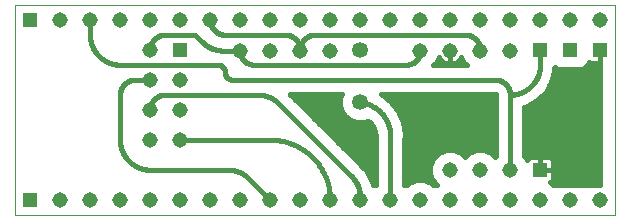
<source format=gtl>
G75*
%MOIN*%
%OFA0B0*%
%FSLAX25Y25*%
%IPPOS*%
%LPD*%
%AMOC8*
5,1,8,0,0,1.08239X$1,22.5*
%
%ADD10C,0.00000*%
%ADD11R,0.05150X0.05150*%
%ADD12C,0.05150*%
%ADD13C,0.01600*%
%ADD14C,0.05315*%
D10*
X0001250Y0001250D02*
X0001250Y0071211D01*
X0201250Y0071211D01*
X0201250Y0001250D01*
X0001250Y0001250D01*
D11*
X0006250Y0006250D03*
X0056250Y0056250D03*
X0006250Y0066250D03*
X0176250Y0056250D03*
X0186250Y0056250D03*
X0196250Y0056250D03*
X0176250Y0016250D03*
D12*
X0166250Y0016250D03*
X0156250Y0016250D03*
X0146250Y0016250D03*
X0146250Y0006250D03*
X0136250Y0006250D03*
X0126250Y0006250D03*
X0116250Y0006250D03*
X0106250Y0006250D03*
X0096250Y0006250D03*
X0086250Y0006250D03*
X0076250Y0006250D03*
X0066250Y0006250D03*
X0056250Y0006250D03*
X0046250Y0006250D03*
X0036250Y0006250D03*
X0026250Y0006250D03*
X0016250Y0006250D03*
X0046250Y0026250D03*
X0056250Y0026250D03*
X0056250Y0036250D03*
X0046250Y0036250D03*
X0046250Y0046250D03*
X0056250Y0046250D03*
X0046250Y0056250D03*
X0046250Y0066250D03*
X0036250Y0066250D03*
X0026250Y0066250D03*
X0016250Y0066250D03*
X0056250Y0066250D03*
X0066250Y0066250D03*
X0076250Y0066250D03*
X0086250Y0066250D03*
X0096250Y0066250D03*
X0106250Y0066250D03*
X0116250Y0066250D03*
X0126250Y0066250D03*
X0136250Y0066250D03*
X0146250Y0066250D03*
X0156250Y0066250D03*
X0166250Y0066250D03*
X0176250Y0066250D03*
X0186250Y0066250D03*
X0196250Y0066250D03*
X0166250Y0055935D03*
X0156250Y0055935D03*
X0146250Y0055935D03*
X0136250Y0055935D03*
X0106250Y0055935D03*
X0096250Y0055935D03*
X0086250Y0055935D03*
X0076250Y0055935D03*
X0156250Y0006250D03*
X0166250Y0006250D03*
X0176250Y0006250D03*
X0186250Y0006250D03*
X0196250Y0006250D03*
D13*
X0196250Y0011250D02*
X0180548Y0011250D01*
X0179974Y0011824D01*
X0179534Y0012006D01*
X0179930Y0012235D01*
X0180265Y0012570D01*
X0180502Y0012980D01*
X0180625Y0013438D01*
X0180625Y0016250D01*
X0180625Y0019062D01*
X0180502Y0019520D01*
X0180265Y0019930D01*
X0179930Y0020265D01*
X0179520Y0020502D01*
X0179062Y0020625D01*
X0176250Y0020625D01*
X0176250Y0016250D01*
X0180625Y0016250D01*
X0176250Y0016250D01*
X0176250Y0016250D01*
X0176250Y0016250D01*
X0176250Y0020625D01*
X0173438Y0020625D01*
X0172980Y0020502D01*
X0172570Y0020265D01*
X0172235Y0019930D01*
X0172006Y0019534D01*
X0171824Y0019974D01*
X0171050Y0020748D01*
X0171050Y0037214D01*
X0171963Y0037459D01*
X0175337Y0039407D01*
X0175337Y0039407D01*
X0178093Y0042163D01*
X0180041Y0045537D01*
X0180041Y0045537D01*
X0181050Y0049302D01*
X0181050Y0050267D01*
X0181091Y0050284D01*
X0181250Y0050444D01*
X0181409Y0050284D01*
X0182880Y0049675D01*
X0189620Y0049675D01*
X0191091Y0050284D01*
X0192216Y0051409D01*
X0192561Y0052243D01*
X0192570Y0052235D01*
X0192980Y0051998D01*
X0193438Y0051875D01*
X0196250Y0051875D01*
X0196250Y0056250D01*
X0196250Y0011250D01*
X0196250Y0012440D02*
X0180135Y0012440D01*
X0180625Y0014038D02*
X0196250Y0014038D01*
X0196250Y0015637D02*
X0180625Y0015637D01*
X0180625Y0017235D02*
X0196250Y0017235D01*
X0196250Y0018834D02*
X0180625Y0018834D01*
X0176250Y0018834D02*
X0176250Y0018834D01*
X0176250Y0017235D02*
X0176250Y0017235D01*
X0176250Y0020432D02*
X0176250Y0020432D01*
X0179641Y0020432D02*
X0196250Y0020432D01*
X0196250Y0022031D02*
X0171050Y0022031D01*
X0171050Y0023629D02*
X0196250Y0023629D01*
X0196250Y0025228D02*
X0171050Y0025228D01*
X0171050Y0026826D02*
X0196250Y0026826D01*
X0196250Y0028425D02*
X0171050Y0028425D01*
X0171050Y0030023D02*
X0196250Y0030023D01*
X0196250Y0031622D02*
X0171050Y0031622D01*
X0171050Y0033220D02*
X0196250Y0033220D01*
X0196250Y0034819D02*
X0171050Y0034819D01*
X0171050Y0036417D02*
X0196250Y0036417D01*
X0196250Y0038016D02*
X0172928Y0038016D01*
X0171963Y0037459D02*
X0171963Y0037459D01*
X0175545Y0039614D02*
X0196250Y0039614D01*
X0196250Y0041213D02*
X0177143Y0041213D01*
X0178093Y0042163D02*
X0178093Y0042163D01*
X0178467Y0042811D02*
X0196250Y0042811D01*
X0196250Y0044410D02*
X0179390Y0044410D01*
X0180168Y0046008D02*
X0196250Y0046008D01*
X0196250Y0047607D02*
X0180596Y0047607D01*
X0181024Y0049205D02*
X0196250Y0049205D01*
X0196250Y0050804D02*
X0191610Y0050804D01*
X0196250Y0052402D02*
X0196250Y0052402D01*
X0196250Y0054001D02*
X0196250Y0054001D01*
X0196250Y0055599D02*
X0196250Y0055599D01*
X0196250Y0056250D02*
X0196250Y0056250D01*
X0176250Y0056250D02*
X0176250Y0051250D01*
X0176247Y0051008D01*
X0176238Y0050767D01*
X0176224Y0050526D01*
X0176203Y0050285D01*
X0176177Y0050045D01*
X0176145Y0049805D01*
X0176107Y0049566D01*
X0176064Y0049329D01*
X0176014Y0049092D01*
X0175959Y0048857D01*
X0175899Y0048623D01*
X0175832Y0048391D01*
X0175761Y0048160D01*
X0175683Y0047931D01*
X0175600Y0047704D01*
X0175512Y0047479D01*
X0175418Y0047256D01*
X0175319Y0047036D01*
X0175214Y0046818D01*
X0175105Y0046603D01*
X0174990Y0046390D01*
X0174870Y0046180D01*
X0174745Y0045974D01*
X0174615Y0045770D01*
X0174480Y0045569D01*
X0174340Y0045372D01*
X0174196Y0045178D01*
X0174047Y0044988D01*
X0173893Y0044802D01*
X0173735Y0044619D01*
X0173573Y0044440D01*
X0173406Y0044265D01*
X0173235Y0044094D01*
X0173060Y0043927D01*
X0172881Y0043765D01*
X0172698Y0043607D01*
X0172512Y0043453D01*
X0172322Y0043304D01*
X0172128Y0043160D01*
X0171931Y0043020D01*
X0171730Y0042885D01*
X0171526Y0042755D01*
X0171320Y0042630D01*
X0171110Y0042510D01*
X0170897Y0042395D01*
X0170682Y0042286D01*
X0170464Y0042181D01*
X0170244Y0042082D01*
X0170021Y0041988D01*
X0169796Y0041900D01*
X0169569Y0041817D01*
X0169340Y0041739D01*
X0169109Y0041668D01*
X0168877Y0041601D01*
X0168643Y0041541D01*
X0168408Y0041486D01*
X0168171Y0041436D01*
X0167934Y0041393D01*
X0167695Y0041355D01*
X0167455Y0041323D01*
X0167215Y0041297D01*
X0166974Y0041276D01*
X0166733Y0041262D01*
X0166492Y0041253D01*
X0166250Y0041250D01*
X0166250Y0016250D01*
X0161450Y0020748D02*
X0161250Y0020548D01*
X0159974Y0021824D01*
X0157558Y0022825D01*
X0154942Y0022825D01*
X0152526Y0021824D01*
X0151250Y0020548D01*
X0149974Y0021824D01*
X0147558Y0022825D01*
X0144942Y0022825D01*
X0142526Y0021824D01*
X0140676Y0019974D01*
X0139675Y0017558D01*
X0139675Y0014942D01*
X0140676Y0012526D01*
X0141952Y0011250D01*
X0140548Y0011250D01*
X0139974Y0011824D01*
X0137558Y0012825D01*
X0134942Y0012825D01*
X0132526Y0011824D01*
X0131952Y0011250D01*
X0131050Y0011250D01*
X0131050Y0025984D01*
X0131255Y0027829D01*
X0131255Y0027829D01*
X0130616Y0032025D01*
X0128913Y0035912D01*
X0128913Y0035912D01*
X0126261Y0039227D01*
X0123239Y0041450D01*
X0161250Y0041450D01*
X0161281Y0041448D01*
X0161341Y0041428D01*
X0161391Y0041391D01*
X0161428Y0041341D01*
X0161448Y0041281D01*
X0161450Y0041250D01*
X0161450Y0020748D01*
X0161450Y0022031D02*
X0159475Y0022031D01*
X0161450Y0023629D02*
X0131050Y0023629D01*
X0131050Y0022031D02*
X0143025Y0022031D01*
X0141134Y0020432D02*
X0131050Y0020432D01*
X0131050Y0018834D02*
X0140204Y0018834D01*
X0139675Y0017235D02*
X0131050Y0017235D01*
X0131050Y0015637D02*
X0139675Y0015637D01*
X0140050Y0014038D02*
X0131050Y0014038D01*
X0131050Y0012440D02*
X0134012Y0012440D01*
X0138488Y0012440D02*
X0140762Y0012440D01*
X0126250Y0006250D02*
X0126250Y0026250D01*
X0121505Y0027336D02*
X0121518Y0027632D01*
X0121262Y0029314D01*
X0120579Y0030873D01*
X0119516Y0032202D01*
X0118912Y0032646D01*
X0117574Y0032093D01*
X0114926Y0032093D01*
X0112479Y0033106D01*
X0110606Y0034979D01*
X0109593Y0037426D01*
X0109593Y0040074D01*
X0110162Y0041450D01*
X0092838Y0041450D01*
X0093182Y0041106D01*
X0116116Y0018172D01*
X0116715Y0017573D01*
X0116715Y0017573D01*
X0118093Y0016195D01*
X0118093Y0016195D01*
X0120041Y0012820D01*
X0120041Y0012820D01*
X0120431Y0011367D01*
X0120548Y0011250D01*
X0121450Y0011250D01*
X0121450Y0025569D01*
X0121374Y0025831D01*
X0121450Y0026516D01*
X0121450Y0027205D01*
X0121505Y0027336D01*
X0121450Y0026826D02*
X0107462Y0026826D01*
X0105863Y0028425D02*
X0121397Y0028425D01*
X0120951Y0030023D02*
X0104265Y0030023D01*
X0102666Y0031622D02*
X0119980Y0031622D01*
X0112365Y0033220D02*
X0101068Y0033220D01*
X0099469Y0034819D02*
X0110766Y0034819D01*
X0110010Y0036417D02*
X0097871Y0036417D01*
X0096272Y0038016D02*
X0109593Y0038016D01*
X0109593Y0039614D02*
X0094674Y0039614D01*
X0093075Y0041213D02*
X0110064Y0041213D01*
X0123562Y0041213D02*
X0161450Y0041213D01*
X0166250Y0041250D02*
X0166248Y0041390D01*
X0166242Y0041530D01*
X0166232Y0041670D01*
X0166219Y0041810D01*
X0166201Y0041949D01*
X0166179Y0042088D01*
X0166154Y0042225D01*
X0166125Y0042363D01*
X0166092Y0042499D01*
X0166055Y0042634D01*
X0166014Y0042768D01*
X0165969Y0042901D01*
X0165921Y0043033D01*
X0165869Y0043163D01*
X0165814Y0043292D01*
X0165755Y0043419D01*
X0165692Y0043545D01*
X0165626Y0043669D01*
X0165557Y0043790D01*
X0165484Y0043910D01*
X0165407Y0044028D01*
X0165328Y0044143D01*
X0165245Y0044257D01*
X0165159Y0044367D01*
X0165070Y0044476D01*
X0164978Y0044582D01*
X0164883Y0044685D01*
X0164786Y0044786D01*
X0164685Y0044883D01*
X0164582Y0044978D01*
X0164476Y0045070D01*
X0164367Y0045159D01*
X0164257Y0045245D01*
X0164143Y0045328D01*
X0164028Y0045407D01*
X0163910Y0045484D01*
X0163790Y0045557D01*
X0163669Y0045626D01*
X0163545Y0045692D01*
X0163419Y0045755D01*
X0163292Y0045814D01*
X0163163Y0045869D01*
X0163033Y0045921D01*
X0162901Y0045969D01*
X0162768Y0046014D01*
X0162634Y0046055D01*
X0162499Y0046092D01*
X0162363Y0046125D01*
X0162225Y0046154D01*
X0162088Y0046179D01*
X0161949Y0046201D01*
X0161810Y0046219D01*
X0161670Y0046232D01*
X0161530Y0046242D01*
X0161390Y0046248D01*
X0161250Y0046250D01*
X0073750Y0046250D01*
X0073652Y0046252D01*
X0073554Y0046258D01*
X0073456Y0046267D01*
X0073359Y0046281D01*
X0073262Y0046298D01*
X0073166Y0046319D01*
X0073071Y0046344D01*
X0072977Y0046372D01*
X0072885Y0046405D01*
X0072793Y0046440D01*
X0072703Y0046480D01*
X0072615Y0046522D01*
X0072528Y0046569D01*
X0072444Y0046618D01*
X0072361Y0046671D01*
X0072281Y0046727D01*
X0072202Y0046787D01*
X0072126Y0046849D01*
X0072053Y0046914D01*
X0071982Y0046982D01*
X0071914Y0047053D01*
X0071849Y0047126D01*
X0071787Y0047202D01*
X0071727Y0047281D01*
X0071671Y0047361D01*
X0071618Y0047444D01*
X0071569Y0047528D01*
X0071522Y0047615D01*
X0071480Y0047703D01*
X0071440Y0047793D01*
X0071405Y0047885D01*
X0071372Y0047977D01*
X0071344Y0048071D01*
X0071319Y0048166D01*
X0071298Y0048262D01*
X0071281Y0048359D01*
X0071267Y0048456D01*
X0071258Y0048554D01*
X0071252Y0048652D01*
X0071250Y0048750D01*
X0071248Y0048848D01*
X0071242Y0048946D01*
X0071233Y0049044D01*
X0071219Y0049141D01*
X0071202Y0049238D01*
X0071181Y0049334D01*
X0071156Y0049429D01*
X0071128Y0049523D01*
X0071095Y0049615D01*
X0071060Y0049707D01*
X0071020Y0049797D01*
X0070978Y0049885D01*
X0070931Y0049972D01*
X0070882Y0050056D01*
X0070829Y0050139D01*
X0070773Y0050219D01*
X0070713Y0050298D01*
X0070651Y0050374D01*
X0070586Y0050447D01*
X0070518Y0050518D01*
X0070447Y0050586D01*
X0070374Y0050651D01*
X0070298Y0050713D01*
X0070219Y0050773D01*
X0070139Y0050829D01*
X0070056Y0050882D01*
X0069972Y0050931D01*
X0069885Y0050978D01*
X0069797Y0051020D01*
X0069707Y0051060D01*
X0069615Y0051095D01*
X0069523Y0051128D01*
X0069429Y0051156D01*
X0069334Y0051181D01*
X0069238Y0051202D01*
X0069141Y0051219D01*
X0069044Y0051233D01*
X0068946Y0051242D01*
X0068848Y0051248D01*
X0068750Y0051250D01*
X0036250Y0051250D01*
X0041250Y0046250D02*
X0046250Y0046250D01*
X0041250Y0046250D02*
X0041110Y0046248D01*
X0040970Y0046242D01*
X0040830Y0046232D01*
X0040690Y0046219D01*
X0040551Y0046201D01*
X0040412Y0046179D01*
X0040275Y0046154D01*
X0040137Y0046125D01*
X0040001Y0046092D01*
X0039866Y0046055D01*
X0039732Y0046014D01*
X0039599Y0045969D01*
X0039467Y0045921D01*
X0039337Y0045869D01*
X0039208Y0045814D01*
X0039081Y0045755D01*
X0038955Y0045692D01*
X0038831Y0045626D01*
X0038710Y0045557D01*
X0038590Y0045484D01*
X0038472Y0045407D01*
X0038357Y0045328D01*
X0038243Y0045245D01*
X0038133Y0045159D01*
X0038024Y0045070D01*
X0037918Y0044978D01*
X0037815Y0044883D01*
X0037714Y0044786D01*
X0037617Y0044685D01*
X0037522Y0044582D01*
X0037430Y0044476D01*
X0037341Y0044367D01*
X0037255Y0044257D01*
X0037172Y0044143D01*
X0037093Y0044028D01*
X0037016Y0043910D01*
X0036943Y0043790D01*
X0036874Y0043669D01*
X0036808Y0043545D01*
X0036745Y0043419D01*
X0036686Y0043292D01*
X0036631Y0043163D01*
X0036579Y0043033D01*
X0036531Y0042901D01*
X0036486Y0042768D01*
X0036445Y0042634D01*
X0036408Y0042499D01*
X0036375Y0042363D01*
X0036346Y0042225D01*
X0036321Y0042088D01*
X0036299Y0041949D01*
X0036281Y0041810D01*
X0036268Y0041670D01*
X0036258Y0041530D01*
X0036252Y0041390D01*
X0036250Y0041250D01*
X0036250Y0026250D01*
X0036253Y0026008D01*
X0036262Y0025767D01*
X0036276Y0025526D01*
X0036297Y0025285D01*
X0036323Y0025045D01*
X0036355Y0024805D01*
X0036393Y0024566D01*
X0036436Y0024329D01*
X0036486Y0024092D01*
X0036541Y0023857D01*
X0036601Y0023623D01*
X0036668Y0023391D01*
X0036739Y0023160D01*
X0036817Y0022931D01*
X0036900Y0022704D01*
X0036988Y0022479D01*
X0037082Y0022256D01*
X0037181Y0022036D01*
X0037286Y0021818D01*
X0037395Y0021603D01*
X0037510Y0021390D01*
X0037630Y0021180D01*
X0037755Y0020974D01*
X0037885Y0020770D01*
X0038020Y0020569D01*
X0038160Y0020372D01*
X0038304Y0020178D01*
X0038453Y0019988D01*
X0038607Y0019802D01*
X0038765Y0019619D01*
X0038927Y0019440D01*
X0039094Y0019265D01*
X0039265Y0019094D01*
X0039440Y0018927D01*
X0039619Y0018765D01*
X0039802Y0018607D01*
X0039988Y0018453D01*
X0040178Y0018304D01*
X0040372Y0018160D01*
X0040569Y0018020D01*
X0040770Y0017885D01*
X0040974Y0017755D01*
X0041180Y0017630D01*
X0041390Y0017510D01*
X0041603Y0017395D01*
X0041818Y0017286D01*
X0042036Y0017181D01*
X0042256Y0017082D01*
X0042479Y0016988D01*
X0042704Y0016900D01*
X0042931Y0016817D01*
X0043160Y0016739D01*
X0043391Y0016668D01*
X0043623Y0016601D01*
X0043857Y0016541D01*
X0044092Y0016486D01*
X0044329Y0016436D01*
X0044566Y0016393D01*
X0044805Y0016355D01*
X0045045Y0016323D01*
X0045285Y0016297D01*
X0045526Y0016276D01*
X0045767Y0016262D01*
X0046008Y0016253D01*
X0046250Y0016250D01*
X0072108Y0016250D01*
X0079179Y0013321D02*
X0086250Y0006250D01*
X0106250Y0006250D02*
X0106244Y0006733D01*
X0106227Y0007216D01*
X0106197Y0007699D01*
X0106157Y0008180D01*
X0106104Y0008661D01*
X0106040Y0009140D01*
X0105965Y0009617D01*
X0105877Y0010093D01*
X0105779Y0010566D01*
X0105669Y0011036D01*
X0105548Y0011504D01*
X0105415Y0011969D01*
X0105271Y0012430D01*
X0105116Y0012888D01*
X0104950Y0013342D01*
X0104773Y0013792D01*
X0104586Y0014237D01*
X0104387Y0014678D01*
X0104179Y0015114D01*
X0103959Y0015544D01*
X0103729Y0015970D01*
X0103489Y0016389D01*
X0103239Y0016803D01*
X0102979Y0017210D01*
X0102710Y0017611D01*
X0102430Y0018006D01*
X0102142Y0018393D01*
X0101843Y0018774D01*
X0101536Y0019147D01*
X0101220Y0019512D01*
X0100895Y0019870D01*
X0100562Y0020220D01*
X0100220Y0020562D01*
X0099870Y0020895D01*
X0099512Y0021220D01*
X0099147Y0021536D01*
X0098774Y0021843D01*
X0098393Y0022142D01*
X0098006Y0022430D01*
X0097611Y0022710D01*
X0097210Y0022979D01*
X0096803Y0023239D01*
X0096389Y0023489D01*
X0095970Y0023729D01*
X0095544Y0023959D01*
X0095114Y0024179D01*
X0094678Y0024387D01*
X0094237Y0024586D01*
X0093792Y0024773D01*
X0093342Y0024950D01*
X0092888Y0025116D01*
X0092430Y0025271D01*
X0091969Y0025415D01*
X0091504Y0025548D01*
X0091036Y0025669D01*
X0090566Y0025779D01*
X0090093Y0025877D01*
X0089617Y0025965D01*
X0089140Y0026040D01*
X0088661Y0026104D01*
X0088180Y0026157D01*
X0087699Y0026197D01*
X0087216Y0026227D01*
X0086733Y0026244D01*
X0086250Y0026250D01*
X0056250Y0026250D01*
X0082108Y0041250D02*
X0082346Y0041247D01*
X0082584Y0041239D01*
X0082821Y0041225D01*
X0083059Y0041205D01*
X0083295Y0041179D01*
X0083531Y0041148D01*
X0083766Y0041112D01*
X0084001Y0041069D01*
X0084234Y0041021D01*
X0084466Y0040968D01*
X0084696Y0040909D01*
X0084925Y0040845D01*
X0085153Y0040775D01*
X0085379Y0040700D01*
X0085603Y0040619D01*
X0085825Y0040534D01*
X0086045Y0040443D01*
X0086262Y0040346D01*
X0086477Y0040245D01*
X0086690Y0040138D01*
X0086900Y0040027D01*
X0087108Y0039910D01*
X0087313Y0039789D01*
X0087514Y0039663D01*
X0087713Y0039531D01*
X0087909Y0039396D01*
X0088101Y0039255D01*
X0088290Y0039111D01*
X0088475Y0038961D01*
X0088657Y0038807D01*
X0088835Y0038650D01*
X0089009Y0038487D01*
X0089179Y0038321D01*
X0113321Y0014179D01*
X0118415Y0015637D02*
X0121450Y0015637D01*
X0121450Y0017235D02*
X0117053Y0017235D01*
X0115455Y0018834D02*
X0121450Y0018834D01*
X0121450Y0020432D02*
X0113856Y0020432D01*
X0112258Y0022031D02*
X0121450Y0022031D01*
X0121450Y0023629D02*
X0110659Y0023629D01*
X0109061Y0025228D02*
X0121450Y0025228D01*
X0126250Y0026250D02*
X0126277Y0026522D01*
X0126297Y0026795D01*
X0126311Y0027068D01*
X0126318Y0027342D01*
X0126318Y0027615D01*
X0126312Y0027889D01*
X0126300Y0028162D01*
X0126280Y0028435D01*
X0126254Y0028707D01*
X0126222Y0028979D01*
X0126183Y0029249D01*
X0126137Y0029519D01*
X0126085Y0029788D01*
X0126027Y0030055D01*
X0125962Y0030320D01*
X0125891Y0030585D01*
X0125813Y0030847D01*
X0125729Y0031107D01*
X0125639Y0031365D01*
X0125542Y0031621D01*
X0125439Y0031875D01*
X0125331Y0032126D01*
X0125216Y0032374D01*
X0125095Y0032619D01*
X0124968Y0032862D01*
X0124836Y0033101D01*
X0124698Y0033337D01*
X0124554Y0033570D01*
X0124404Y0033799D01*
X0124249Y0034024D01*
X0124089Y0034246D01*
X0123923Y0034464D01*
X0123753Y0034677D01*
X0123577Y0034887D01*
X0123396Y0035092D01*
X0123210Y0035292D01*
X0123019Y0035488D01*
X0122824Y0035680D01*
X0122624Y0035867D01*
X0122419Y0036048D01*
X0122211Y0036225D01*
X0121998Y0036397D01*
X0121781Y0036563D01*
X0121560Y0036724D01*
X0121335Y0036880D01*
X0121106Y0037031D01*
X0120874Y0037175D01*
X0120639Y0037315D01*
X0120400Y0037448D01*
X0120158Y0037575D01*
X0119913Y0037697D01*
X0119665Y0037813D01*
X0119415Y0037923D01*
X0119161Y0038026D01*
X0118906Y0038124D01*
X0118648Y0038215D01*
X0118388Y0038300D01*
X0118126Y0038379D01*
X0117862Y0038451D01*
X0117597Y0038517D01*
X0117330Y0038577D01*
X0117062Y0038630D01*
X0116792Y0038676D01*
X0116521Y0038716D01*
X0116250Y0038750D01*
X0125734Y0039614D02*
X0161450Y0039614D01*
X0161450Y0038016D02*
X0127230Y0038016D01*
X0126261Y0039227D02*
X0126261Y0039227D01*
X0126261Y0039227D01*
X0128509Y0036417D02*
X0161450Y0036417D01*
X0161450Y0034819D02*
X0129392Y0034819D01*
X0130092Y0033220D02*
X0161450Y0033220D01*
X0161450Y0031622D02*
X0130677Y0031622D01*
X0130616Y0032025D02*
X0130616Y0032025D01*
X0130921Y0030023D02*
X0161450Y0030023D01*
X0161450Y0028425D02*
X0131164Y0028425D01*
X0131144Y0026826D02*
X0161450Y0026826D01*
X0161450Y0025228D02*
X0131050Y0025228D01*
X0149475Y0022031D02*
X0153025Y0022031D01*
X0171366Y0020432D02*
X0172859Y0020432D01*
X0121450Y0014038D02*
X0119338Y0014038D01*
X0120143Y0012440D02*
X0121450Y0012440D01*
X0116250Y0007108D02*
X0116250Y0006250D01*
X0116250Y0007108D02*
X0116247Y0007346D01*
X0116239Y0007584D01*
X0116225Y0007821D01*
X0116205Y0008059D01*
X0116179Y0008295D01*
X0116148Y0008531D01*
X0116112Y0008766D01*
X0116069Y0009001D01*
X0116021Y0009234D01*
X0115968Y0009466D01*
X0115909Y0009696D01*
X0115845Y0009925D01*
X0115775Y0010153D01*
X0115700Y0010379D01*
X0115619Y0010603D01*
X0115534Y0010825D01*
X0115443Y0011045D01*
X0115346Y0011262D01*
X0115245Y0011477D01*
X0115138Y0011690D01*
X0115027Y0011900D01*
X0114910Y0012108D01*
X0114789Y0012313D01*
X0114663Y0012514D01*
X0114531Y0012713D01*
X0114396Y0012909D01*
X0114255Y0013101D01*
X0114111Y0013290D01*
X0113961Y0013475D01*
X0113807Y0013657D01*
X0113650Y0013835D01*
X0113487Y0014009D01*
X0113321Y0014179D01*
X0079179Y0013321D02*
X0079009Y0013487D01*
X0078835Y0013650D01*
X0078657Y0013807D01*
X0078475Y0013961D01*
X0078290Y0014111D01*
X0078101Y0014255D01*
X0077909Y0014396D01*
X0077713Y0014531D01*
X0077514Y0014663D01*
X0077313Y0014789D01*
X0077108Y0014910D01*
X0076900Y0015027D01*
X0076690Y0015138D01*
X0076477Y0015245D01*
X0076262Y0015346D01*
X0076045Y0015443D01*
X0075825Y0015534D01*
X0075603Y0015619D01*
X0075379Y0015700D01*
X0075153Y0015775D01*
X0074925Y0015845D01*
X0074696Y0015909D01*
X0074466Y0015968D01*
X0074234Y0016021D01*
X0074001Y0016069D01*
X0073766Y0016112D01*
X0073531Y0016148D01*
X0073295Y0016179D01*
X0073059Y0016205D01*
X0072821Y0016225D01*
X0072584Y0016239D01*
X0072346Y0016247D01*
X0072108Y0016250D01*
X0051250Y0041250D02*
X0051110Y0041248D01*
X0050970Y0041242D01*
X0050830Y0041232D01*
X0050690Y0041219D01*
X0050551Y0041201D01*
X0050412Y0041179D01*
X0050275Y0041154D01*
X0050137Y0041125D01*
X0050001Y0041092D01*
X0049866Y0041055D01*
X0049732Y0041014D01*
X0049599Y0040969D01*
X0049467Y0040921D01*
X0049337Y0040869D01*
X0049208Y0040814D01*
X0049081Y0040755D01*
X0048955Y0040692D01*
X0048831Y0040626D01*
X0048710Y0040557D01*
X0048590Y0040484D01*
X0048472Y0040407D01*
X0048357Y0040328D01*
X0048243Y0040245D01*
X0048133Y0040159D01*
X0048024Y0040070D01*
X0047918Y0039978D01*
X0047815Y0039883D01*
X0047714Y0039786D01*
X0047617Y0039685D01*
X0047522Y0039582D01*
X0047430Y0039476D01*
X0047341Y0039367D01*
X0047255Y0039257D01*
X0047172Y0039143D01*
X0047093Y0039028D01*
X0047016Y0038910D01*
X0046943Y0038790D01*
X0046874Y0038669D01*
X0046808Y0038545D01*
X0046745Y0038419D01*
X0046686Y0038292D01*
X0046631Y0038163D01*
X0046579Y0038033D01*
X0046531Y0037901D01*
X0046486Y0037768D01*
X0046445Y0037634D01*
X0046408Y0037499D01*
X0046375Y0037363D01*
X0046346Y0037225D01*
X0046321Y0037088D01*
X0046299Y0036949D01*
X0046281Y0036810D01*
X0046268Y0036670D01*
X0046258Y0036530D01*
X0046252Y0036390D01*
X0046250Y0036250D01*
X0051250Y0041250D02*
X0082108Y0041250D01*
X0080935Y0051250D02*
X0131565Y0051250D01*
X0140663Y0051050D02*
X0141824Y0052211D01*
X0142458Y0053741D01*
X0142508Y0053642D01*
X0142913Y0053085D01*
X0143400Y0052598D01*
X0143957Y0052193D01*
X0144571Y0051881D01*
X0145226Y0051668D01*
X0145906Y0051560D01*
X0146250Y0051560D01*
X0146594Y0051560D01*
X0147274Y0051668D01*
X0147929Y0051881D01*
X0148543Y0052193D01*
X0149100Y0052598D01*
X0149587Y0053085D01*
X0149992Y0053642D01*
X0150042Y0053741D01*
X0150676Y0052211D01*
X0151837Y0051050D01*
X0140663Y0051050D01*
X0141903Y0052402D02*
X0143669Y0052402D01*
X0146250Y0052402D02*
X0146250Y0052402D01*
X0146250Y0051560D02*
X0146250Y0055935D01*
X0146250Y0055935D01*
X0146250Y0051560D01*
X0148831Y0052402D02*
X0150597Y0052402D01*
X0146250Y0054001D02*
X0146250Y0054001D01*
X0146250Y0055599D02*
X0146250Y0055599D01*
X0151250Y0061250D02*
X0151390Y0061248D01*
X0151530Y0061242D01*
X0151670Y0061232D01*
X0151810Y0061219D01*
X0151949Y0061201D01*
X0152088Y0061179D01*
X0152225Y0061154D01*
X0152363Y0061125D01*
X0152499Y0061092D01*
X0152634Y0061055D01*
X0152768Y0061014D01*
X0152901Y0060969D01*
X0153033Y0060921D01*
X0153163Y0060869D01*
X0153292Y0060814D01*
X0153419Y0060755D01*
X0153545Y0060692D01*
X0153669Y0060626D01*
X0153790Y0060557D01*
X0153910Y0060484D01*
X0154028Y0060407D01*
X0154143Y0060328D01*
X0154257Y0060245D01*
X0154367Y0060159D01*
X0154476Y0060070D01*
X0154582Y0059978D01*
X0154685Y0059883D01*
X0154786Y0059786D01*
X0154883Y0059685D01*
X0154978Y0059582D01*
X0155070Y0059476D01*
X0155159Y0059367D01*
X0155245Y0059257D01*
X0155328Y0059143D01*
X0155407Y0059028D01*
X0155484Y0058910D01*
X0155557Y0058790D01*
X0155626Y0058669D01*
X0155692Y0058545D01*
X0155755Y0058419D01*
X0155814Y0058292D01*
X0155869Y0058163D01*
X0155921Y0058033D01*
X0155969Y0057901D01*
X0156014Y0057768D01*
X0156055Y0057634D01*
X0156092Y0057499D01*
X0156125Y0057363D01*
X0156154Y0057225D01*
X0156179Y0057088D01*
X0156201Y0056949D01*
X0156219Y0056810D01*
X0156232Y0056670D01*
X0156242Y0056530D01*
X0156248Y0056390D01*
X0156250Y0056250D01*
X0156250Y0055935D01*
X0151250Y0061250D02*
X0101250Y0061250D01*
X0091250Y0061250D02*
X0071250Y0061250D01*
X0063636Y0058864D02*
X0061250Y0061250D01*
X0051250Y0061250D01*
X0051110Y0061248D01*
X0050970Y0061242D01*
X0050830Y0061232D01*
X0050690Y0061219D01*
X0050551Y0061201D01*
X0050412Y0061179D01*
X0050275Y0061154D01*
X0050137Y0061125D01*
X0050001Y0061092D01*
X0049866Y0061055D01*
X0049732Y0061014D01*
X0049599Y0060969D01*
X0049467Y0060921D01*
X0049337Y0060869D01*
X0049208Y0060814D01*
X0049081Y0060755D01*
X0048955Y0060692D01*
X0048831Y0060626D01*
X0048710Y0060557D01*
X0048590Y0060484D01*
X0048472Y0060407D01*
X0048357Y0060328D01*
X0048243Y0060245D01*
X0048133Y0060159D01*
X0048024Y0060070D01*
X0047918Y0059978D01*
X0047815Y0059883D01*
X0047714Y0059786D01*
X0047617Y0059685D01*
X0047522Y0059582D01*
X0047430Y0059476D01*
X0047341Y0059367D01*
X0047255Y0059257D01*
X0047172Y0059143D01*
X0047093Y0059028D01*
X0047016Y0058910D01*
X0046943Y0058790D01*
X0046874Y0058669D01*
X0046808Y0058545D01*
X0046745Y0058419D01*
X0046686Y0058292D01*
X0046631Y0058163D01*
X0046579Y0058033D01*
X0046531Y0057901D01*
X0046486Y0057768D01*
X0046445Y0057634D01*
X0046408Y0057499D01*
X0046375Y0057363D01*
X0046346Y0057225D01*
X0046321Y0057088D01*
X0046299Y0056949D01*
X0046281Y0056810D01*
X0046268Y0056670D01*
X0046258Y0056530D01*
X0046252Y0056390D01*
X0046250Y0056250D01*
X0036250Y0051250D02*
X0036008Y0051253D01*
X0035767Y0051262D01*
X0035526Y0051276D01*
X0035285Y0051297D01*
X0035045Y0051323D01*
X0034805Y0051355D01*
X0034566Y0051393D01*
X0034329Y0051436D01*
X0034092Y0051486D01*
X0033857Y0051541D01*
X0033623Y0051601D01*
X0033391Y0051668D01*
X0033160Y0051739D01*
X0032931Y0051817D01*
X0032704Y0051900D01*
X0032479Y0051988D01*
X0032256Y0052082D01*
X0032036Y0052181D01*
X0031818Y0052286D01*
X0031603Y0052395D01*
X0031390Y0052510D01*
X0031180Y0052630D01*
X0030974Y0052755D01*
X0030770Y0052885D01*
X0030569Y0053020D01*
X0030372Y0053160D01*
X0030178Y0053304D01*
X0029988Y0053453D01*
X0029802Y0053607D01*
X0029619Y0053765D01*
X0029440Y0053927D01*
X0029265Y0054094D01*
X0029094Y0054265D01*
X0028927Y0054440D01*
X0028765Y0054619D01*
X0028607Y0054802D01*
X0028453Y0054988D01*
X0028304Y0055178D01*
X0028160Y0055372D01*
X0028020Y0055569D01*
X0027885Y0055770D01*
X0027755Y0055974D01*
X0027630Y0056180D01*
X0027510Y0056390D01*
X0027395Y0056603D01*
X0027286Y0056818D01*
X0027181Y0057036D01*
X0027082Y0057256D01*
X0026988Y0057479D01*
X0026900Y0057704D01*
X0026817Y0057931D01*
X0026739Y0058160D01*
X0026668Y0058391D01*
X0026601Y0058623D01*
X0026541Y0058857D01*
X0026486Y0059092D01*
X0026436Y0059329D01*
X0026393Y0059566D01*
X0026355Y0059805D01*
X0026323Y0060045D01*
X0026297Y0060285D01*
X0026276Y0060526D01*
X0026262Y0060767D01*
X0026253Y0061008D01*
X0026250Y0061250D01*
X0026250Y0066250D01*
X0063636Y0058864D02*
X0063806Y0058698D01*
X0063980Y0058535D01*
X0064158Y0058378D01*
X0064340Y0058224D01*
X0064525Y0058074D01*
X0064714Y0057930D01*
X0064906Y0057789D01*
X0065102Y0057654D01*
X0065301Y0057522D01*
X0065502Y0057396D01*
X0065707Y0057275D01*
X0065915Y0057158D01*
X0066125Y0057047D01*
X0066338Y0056940D01*
X0066553Y0056839D01*
X0066770Y0056742D01*
X0066990Y0056651D01*
X0067212Y0056566D01*
X0067436Y0056485D01*
X0067662Y0056410D01*
X0067890Y0056340D01*
X0068119Y0056276D01*
X0068349Y0056217D01*
X0068581Y0056164D01*
X0068814Y0056116D01*
X0069049Y0056073D01*
X0069284Y0056037D01*
X0069520Y0056006D01*
X0069756Y0055980D01*
X0069994Y0055960D01*
X0070231Y0055946D01*
X0070469Y0055938D01*
X0070707Y0055935D01*
X0076250Y0055935D01*
X0076252Y0055801D01*
X0076258Y0055668D01*
X0076267Y0055534D01*
X0076281Y0055401D01*
X0076298Y0055268D01*
X0076319Y0055136D01*
X0076343Y0055005D01*
X0076372Y0054874D01*
X0076404Y0054744D01*
X0076440Y0054615D01*
X0076479Y0054487D01*
X0076522Y0054361D01*
X0076569Y0054235D01*
X0076620Y0054111D01*
X0076673Y0053989D01*
X0076731Y0053868D01*
X0076791Y0053749D01*
X0076856Y0053631D01*
X0076923Y0053516D01*
X0076994Y0053402D01*
X0077068Y0053291D01*
X0077145Y0053181D01*
X0077225Y0053074D01*
X0077308Y0052969D01*
X0077394Y0052867D01*
X0077483Y0052767D01*
X0077575Y0052670D01*
X0077670Y0052575D01*
X0077767Y0052483D01*
X0077867Y0052394D01*
X0077969Y0052308D01*
X0078074Y0052225D01*
X0078181Y0052145D01*
X0078291Y0052068D01*
X0078402Y0051994D01*
X0078516Y0051923D01*
X0078631Y0051856D01*
X0078749Y0051791D01*
X0078868Y0051731D01*
X0078989Y0051673D01*
X0079111Y0051620D01*
X0079235Y0051569D01*
X0079361Y0051522D01*
X0079487Y0051479D01*
X0079615Y0051440D01*
X0079744Y0051404D01*
X0079874Y0051372D01*
X0080005Y0051343D01*
X0080136Y0051319D01*
X0080268Y0051298D01*
X0080401Y0051281D01*
X0080534Y0051267D01*
X0080668Y0051258D01*
X0080801Y0051252D01*
X0080935Y0051250D01*
X0091250Y0061250D02*
X0091390Y0061248D01*
X0091530Y0061242D01*
X0091670Y0061232D01*
X0091810Y0061219D01*
X0091949Y0061201D01*
X0092088Y0061179D01*
X0092225Y0061154D01*
X0092363Y0061125D01*
X0092499Y0061092D01*
X0092634Y0061055D01*
X0092768Y0061014D01*
X0092901Y0060969D01*
X0093033Y0060921D01*
X0093163Y0060869D01*
X0093292Y0060814D01*
X0093419Y0060755D01*
X0093545Y0060692D01*
X0093669Y0060626D01*
X0093790Y0060557D01*
X0093910Y0060484D01*
X0094028Y0060407D01*
X0094143Y0060328D01*
X0094257Y0060245D01*
X0094367Y0060159D01*
X0094476Y0060070D01*
X0094582Y0059978D01*
X0094685Y0059883D01*
X0094786Y0059786D01*
X0094883Y0059685D01*
X0094978Y0059582D01*
X0095070Y0059476D01*
X0095159Y0059367D01*
X0095245Y0059257D01*
X0095328Y0059143D01*
X0095407Y0059028D01*
X0095484Y0058910D01*
X0095557Y0058790D01*
X0095626Y0058669D01*
X0095692Y0058545D01*
X0095755Y0058419D01*
X0095814Y0058292D01*
X0095869Y0058163D01*
X0095921Y0058033D01*
X0095969Y0057901D01*
X0096014Y0057768D01*
X0096055Y0057634D01*
X0096092Y0057499D01*
X0096125Y0057363D01*
X0096154Y0057225D01*
X0096179Y0057088D01*
X0096201Y0056949D01*
X0096219Y0056810D01*
X0096232Y0056670D01*
X0096242Y0056530D01*
X0096248Y0056390D01*
X0096250Y0056250D01*
X0096250Y0055935D01*
X0096250Y0056250D01*
X0096252Y0056390D01*
X0096258Y0056530D01*
X0096268Y0056670D01*
X0096281Y0056810D01*
X0096299Y0056949D01*
X0096321Y0057088D01*
X0096346Y0057225D01*
X0096375Y0057363D01*
X0096408Y0057499D01*
X0096445Y0057634D01*
X0096486Y0057768D01*
X0096531Y0057901D01*
X0096579Y0058033D01*
X0096631Y0058163D01*
X0096686Y0058292D01*
X0096745Y0058419D01*
X0096808Y0058545D01*
X0096874Y0058669D01*
X0096943Y0058790D01*
X0097016Y0058910D01*
X0097093Y0059028D01*
X0097172Y0059143D01*
X0097255Y0059257D01*
X0097341Y0059367D01*
X0097430Y0059476D01*
X0097522Y0059582D01*
X0097617Y0059685D01*
X0097714Y0059786D01*
X0097815Y0059883D01*
X0097918Y0059978D01*
X0098024Y0060070D01*
X0098133Y0060159D01*
X0098243Y0060245D01*
X0098357Y0060328D01*
X0098472Y0060407D01*
X0098590Y0060484D01*
X0098710Y0060557D01*
X0098831Y0060626D01*
X0098955Y0060692D01*
X0099081Y0060755D01*
X0099208Y0060814D01*
X0099337Y0060869D01*
X0099467Y0060921D01*
X0099599Y0060969D01*
X0099732Y0061014D01*
X0099866Y0061055D01*
X0100001Y0061092D01*
X0100137Y0061125D01*
X0100275Y0061154D01*
X0100412Y0061179D01*
X0100551Y0061201D01*
X0100690Y0061219D01*
X0100830Y0061232D01*
X0100970Y0061242D01*
X0101110Y0061248D01*
X0101250Y0061250D01*
X0131565Y0051250D02*
X0131699Y0051252D01*
X0131832Y0051258D01*
X0131966Y0051267D01*
X0132099Y0051281D01*
X0132232Y0051298D01*
X0132364Y0051319D01*
X0132495Y0051343D01*
X0132626Y0051372D01*
X0132756Y0051404D01*
X0132885Y0051440D01*
X0133013Y0051479D01*
X0133139Y0051522D01*
X0133265Y0051569D01*
X0133389Y0051620D01*
X0133511Y0051673D01*
X0133632Y0051731D01*
X0133751Y0051791D01*
X0133869Y0051856D01*
X0133984Y0051923D01*
X0134098Y0051994D01*
X0134209Y0052068D01*
X0134319Y0052145D01*
X0134426Y0052225D01*
X0134531Y0052308D01*
X0134633Y0052394D01*
X0134733Y0052483D01*
X0134830Y0052575D01*
X0134925Y0052670D01*
X0135017Y0052767D01*
X0135106Y0052867D01*
X0135192Y0052969D01*
X0135275Y0053074D01*
X0135355Y0053181D01*
X0135432Y0053291D01*
X0135506Y0053402D01*
X0135577Y0053516D01*
X0135644Y0053631D01*
X0135709Y0053749D01*
X0135769Y0053868D01*
X0135827Y0053989D01*
X0135880Y0054111D01*
X0135931Y0054235D01*
X0135978Y0054361D01*
X0136021Y0054487D01*
X0136060Y0054615D01*
X0136096Y0054744D01*
X0136128Y0054874D01*
X0136157Y0055005D01*
X0136181Y0055136D01*
X0136202Y0055268D01*
X0136219Y0055401D01*
X0136233Y0055534D01*
X0136242Y0055668D01*
X0136248Y0055801D01*
X0136250Y0055935D01*
X0071250Y0061250D02*
X0071110Y0061252D01*
X0070970Y0061258D01*
X0070830Y0061268D01*
X0070690Y0061281D01*
X0070551Y0061299D01*
X0070412Y0061321D01*
X0070275Y0061346D01*
X0070137Y0061375D01*
X0070001Y0061408D01*
X0069866Y0061445D01*
X0069732Y0061486D01*
X0069599Y0061531D01*
X0069467Y0061579D01*
X0069337Y0061631D01*
X0069208Y0061686D01*
X0069081Y0061745D01*
X0068955Y0061808D01*
X0068831Y0061874D01*
X0068710Y0061943D01*
X0068590Y0062016D01*
X0068472Y0062093D01*
X0068357Y0062172D01*
X0068243Y0062255D01*
X0068133Y0062341D01*
X0068024Y0062430D01*
X0067918Y0062522D01*
X0067815Y0062617D01*
X0067714Y0062714D01*
X0067617Y0062815D01*
X0067522Y0062918D01*
X0067430Y0063024D01*
X0067341Y0063133D01*
X0067255Y0063243D01*
X0067172Y0063357D01*
X0067093Y0063472D01*
X0067016Y0063590D01*
X0066943Y0063710D01*
X0066874Y0063831D01*
X0066808Y0063955D01*
X0066745Y0064081D01*
X0066686Y0064208D01*
X0066631Y0064337D01*
X0066579Y0064467D01*
X0066531Y0064599D01*
X0066486Y0064732D01*
X0066445Y0064866D01*
X0066408Y0065001D01*
X0066375Y0065137D01*
X0066346Y0065275D01*
X0066321Y0065412D01*
X0066299Y0065551D01*
X0066281Y0065690D01*
X0066268Y0065830D01*
X0066258Y0065970D01*
X0066252Y0066110D01*
X0066250Y0066250D01*
D14*
X0116250Y0056250D03*
X0116250Y0038750D03*
X0101250Y0036250D03*
X0141250Y0031250D03*
M02*

</source>
